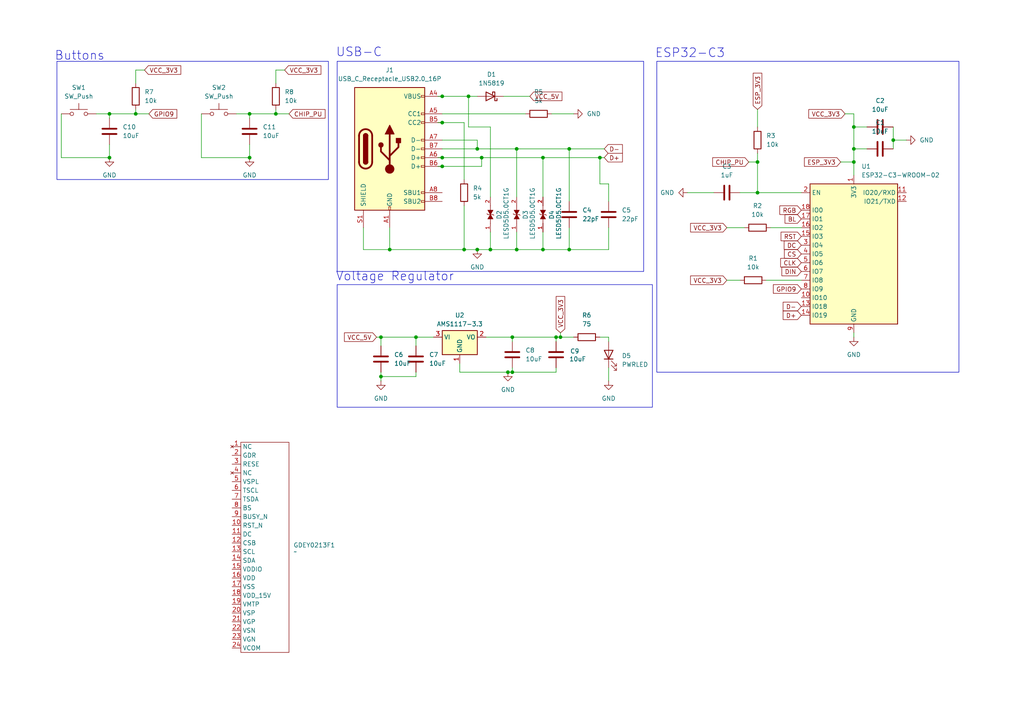
<source format=kicad_sch>
(kicad_sch (version 20231120) (generator "eeschema") (generator_version "8.0")
  (paper "A4")
  (lib_symbols
    (symbol "Connector:USB_C_Receptacle_USB2.0_16P" (pin_names (offset 1.016))
      (property "Reference" "J" (at 0 22.225 0))
      (property "Value" "USB_C_Receptacle_USB2.0_16P" (at 0 19.685 0))
      (symbol "USB_C_Receptacle_USB2.0_16P_0_0"
        (rectangle (start -0.254 -17.78) (end 0.254 -16.764))
        (rectangle (start 10.16 -14.986) (end 9.144 -15.494))
        (rectangle (start 10.16 -12.446) (end 9.144 -12.954))
        (rectangle (start 10.16 -4.826) (end 9.144 -5.334))
        (rectangle (start 10.16 -2.286) (end 9.144 -2.794))
        (rectangle (start 10.16 0.254) (end 9.144 -0.254))
        (rectangle (start 10.16 2.794) (end 9.144 2.286))
        (rectangle (start 10.16 7.874) (end 9.144 7.366))
        (rectangle (start 10.16 10.414) (end 9.144 9.906))
        (rectangle (start 10.16 15.494) (end 9.144 14.986))
      )
      (symbol "USB_C_Receptacle_USB2.0_16P_0_1"
        (rectangle (start -10.16 17.78) (end 10.16 -17.78) (stroke (width 0.254)) (fill (type background)))
        (arc (start -8.89 -3.81) (mid -6.985 -5.7067) (end -5.08 -3.81) (stroke (width 0.508)))
        (arc (start -7.62 -3.81) (mid -6.985 -4.4423) (end -6.35 -3.81) (stroke (width 0.254)))
        (arc (start -7.62 -3.81) (mid -6.985 -4.4423) (end -6.35 -3.81) (stroke (width 0.254)) (fill (type outline)))
        (rectangle (start -7.62 -3.81) (end -6.35 3.81) (stroke (width 0.254)) (fill (type outline)))
        (arc (start -6.35 3.81) (mid -6.985 4.4423) (end -7.62 3.81) (stroke (width 0.254)))
        (arc (start -6.35 3.81) (mid -6.985 4.4423) (end -7.62 3.81) (stroke (width 0.254)) (fill (type outline)))
        (arc (start -5.08 3.81) (mid -6.985 5.7067) (end -8.89 3.81) (stroke (width 0.508)))
        (circle (center -2.54 1.143) (radius 0.635) (stroke (width 0.254)) (fill (type outline)))
        (circle (center 0 -5.842) (radius 1.27) (fill (type outline)))
        (polyline (pts (xy -8.89 -3.81) (xy -8.89 3.81)) (stroke (width 0.508)))
        (polyline (pts (xy -5.08 3.81) (xy -5.08 -3.81)) (stroke (width 0.508)))
        (polyline (pts (xy 0 -5.842) (xy 0 4.318)) (stroke (width 0.508)))
        (polyline (pts (xy 0 -3.302) (xy -2.54 -0.762) (xy -2.54 0.508)) (stroke (width 0.508)))
        (polyline (pts (xy 0 -2.032) (xy 2.54 0.508) (xy 2.54 1.778)) (stroke (width 0.508)))
        (polyline (pts (xy -1.27 4.318) (xy 0 6.858) (xy 1.27 4.318) (xy -1.27 4.318)) (stroke (width 0.254)) (fill (type outline)))
        (rectangle (start 1.905 1.778) (end 3.175 3.048) (stroke (width 0.254)) (fill (type outline)))
      )
      (symbol "USB_C_Receptacle_USB2.0_16P_1_1"
        (pin passive line (at 0 -22.86 90) (length 5.08) (name "GND") (number "A1"))
        (pin passive line (at 0 -22.86 90) (length 5.08) hide (name "GND") (number "A12"))
        (pin passive line (at 15.24 15.24 180) (length 5.08) (name "VBUS") (number "A4"))
        (pin bidirectional line (at 15.24 10.16 180) (length 5.08) (name "CC1") (number "A5"))
        (pin bidirectional line (at 15.24 -2.54 180) (length 5.08) (name "D+") (number "A6"))
        (pin bidirectional line (at 15.24 2.54 180) (length 5.08) (name "D-") (number "A7"))
        (pin bidirectional line (at 15.24 -12.7 180) (length 5.08) (name "SBU1") (number "A8"))
        (pin passive line (at 15.24 15.24 180) (length 5.08) hide (name "VBUS") (number "A9"))
        (pin passive line (at 0 -22.86 90) (length 5.08) hide (name "GND") (number "B1"))
        (pin passive line (at 0 -22.86 90) (length 5.08) hide (name "GND") (number "B12"))
        (pin passive line (at 15.24 15.24 180) (length 5.08) hide (name "VBUS") (number "B4"))
        (pin bidirectional line (at 15.24 7.62 180) (length 5.08) (name "CC2") (number "B5"))
        (pin bidirectional line (at 15.24 -5.08 180) (length 5.08) (name "D+") (number "B6"))
        (pin bidirectional line (at 15.24 0 180) (length 5.08) (name "D-") (number "B7"))
        (pin bidirectional line (at 15.24 -15.24 180) (length 5.08) (name "SBU2") (number "B8"))
        (pin passive line (at 15.24 15.24 180) (length 5.08) hide (name "VBUS") (number "B9"))
        (pin passive line (at -7.62 -22.86 90) (length 5.08) (name "SHIELD") (number "S1"))
      )
    )
    (symbol "Device:C" (pin_numbers hide) (pin_names (offset 0.254))
      (property "Reference" "C" (at 0.635 2.54 0))
      (property "Value" "C" (at 0.635 -2.54 0))
      (symbol "C_0_1"
        (polyline (pts (xy -2.032 -0.762) (xy 2.032 -0.762)) (stroke (width 0.508)))
        (polyline (pts (xy -2.032 0.762) (xy 2.032 0.762)) (stroke (width 0.508)))
      )
      (symbol "C_1_1"
        (pin passive line (at 0 3.81 270) (length 2.794) (name "~") (number "1"))
        (pin passive line (at 0 -3.81 90) (length 2.794) (name "~") (number "2"))
      )
    )
    (symbol "Device:LED" (pin_numbers hide) (pin_names (offset 1.016) hide)
      (property "Reference" "D" (at 0 2.54 0))
      (property "Value" "LED" (at 0 -2.54 0))
      (symbol "LED_0_1"
        (polyline (pts (xy -1.27 -1.27) (xy -1.27 1.27)) (stroke (width 0.254)))
        (polyline (pts (xy -1.27 0) (xy 1.27 0)))
        (polyline (pts (xy 1.27 -1.27) (xy 1.27 1.27) (xy -1.27 0) (xy 1.27 -1.27)) (stroke (width 0.254)))
        (polyline (pts (xy -3.048 -0.762) (xy -4.572 -2.286) (xy -3.81 -2.286) (xy -4.572 -2.286) (xy -4.572 -1.524)))
        (polyline (pts (xy -1.778 -0.762) (xy -3.302 -2.286) (xy -2.54 -2.286) (xy -3.302 -2.286) (xy -3.302 -1.524)))
      )
      (symbol "LED_1_1"
        (pin passive line (at -3.81 0 0) (length 2.54) (name "K") (number "1"))
        (pin passive line (at 3.81 0 180) (length 2.54) (name "A") (number "2"))
      )
    )
    (symbol "Device:R" (pin_numbers hide) (pin_names (offset 0))
      (property "Reference" "R" (at 2.032 0 90))
      (property "Value" "R" (at 0 0 90))
      (symbol "R_0_1"
        (rectangle (start -1.016 -2.54) (end 1.016 2.54) (stroke (width 0.254)))
      )
      (symbol "R_1_1"
        (pin passive line (at 0 3.81 270) (length 1.27) (name "~") (number "1"))
        (pin passive line (at 0 -3.81 90) (length 1.27) (name "~") (number "2"))
      )
    )
    (symbol "Diode:1N5819" (pin_numbers hide) (pin_names (offset 1.016) hide)
      (property "Reference" "D" (at 0 2.54 0))
      (property "Value" "1N5819" (at 0 -2.54 0))
      (symbol "1N5819_0_1"
        (polyline (pts (xy 1.27 0) (xy -1.27 0)))
        (polyline (pts (xy 1.27 1.27) (xy 1.27 -1.27) (xy -1.27 0) (xy 1.27 1.27)) (stroke (width 0.254)))
        (polyline (pts (xy -1.905 0.635) (xy -1.905 1.27) (xy -1.27 1.27) (xy -1.27 -1.27) (xy -0.635 -1.27) (xy -0.635 -0.635)) (stroke (width 0.254)))
      )
      (symbol "1N5819_1_1"
        (pin passive line (at -3.81 0 0) (length 2.54) (name "K") (number "1"))
        (pin passive line (at 3.81 0 180) (length 2.54) (name "A") (number "2"))
      )
    )
    (symbol "GDEY0213F51:GDEY0213F51"
      (property "Reference" "GDEY0213F51" (at 0.508 16.51 0))
      (symbol "GDEY0213F51_0_1"
        (rectangle (start -6.35 15.24) (end 7.62 -45.72))
      )
      (symbol "GDEY0213F51_1_1"
        (pin no_connect line (at -8.89 13.97 0) (length 2.54) (name "NC") (number "1"))
        (pin input line (at -8.89 -8.89 0) (length 2.54) (name "RST_N") (number "10"))
        (pin input line (at -8.89 -11.43 0) (length 2.54) (name "DC") (number "11"))
        (pin input line (at -8.89 -13.97 0) (length 2.54) (name "CSB") (number "12"))
        (pin input line (at -8.89 -16.51 0) (length 2.54) (name "SCL") (number "13"))
        (pin bidirectional line (at -8.89 -19.05 0) (length 2.54) (name "SDA") (number "14"))
        (pin power_in line (at -8.89 -21.59 0) (length 2.54) (name "VDDIO") (number "15"))
        (pin power_in line (at -8.89 -24.13 0) (length 2.54) (name "VDD") (number "16"))
        (pin power_in line (at -8.89 -26.67 0) (length 2.54) (name "VSS") (number "17"))
        (pin power_out line (at -8.89 -29.21 0) (length 2.54) (name "VDD_15V") (number "18"))
        (pin power_in line (at -8.89 -31.75 0) (length 2.54) (name "VMTP") (number "19"))
        (pin output line (at -8.89 11.43 0) (length 2.54) (name "GDR") (number "2"))
        (pin power_in line (at -8.89 -34.29 0) (length 2.54) (name "VSP") (number "20"))
        (pin power_in line (at -8.89 -36.83 0) (length 2.54) (name "VGP") (number "21"))
        (pin power_in line (at -8.89 -39.37 0) (length 2.54) (name "VSN") (number "22"))
        (pin power_in line (at -8.89 -41.91 0) (length 2.54) (name "VGN") (number "23"))
        (pin output line (at -8.89 -44.45 0) (length 2.54) (name "VCOM") (number "24"))
        (pin power_in line (at -8.89 8.89 0) (length 2.54) (name "RESE") (number "3"))
        (pin no_connect line (at -8.89 6.35 0) (length 2.54) (name "NC") (number "4"))
        (pin power_in line (at -8.89 3.81 0) (length 2.54) (name "VSPL") (number "5"))
        (pin output line (at -8.89 1.27 0) (length 2.54) (name "TSCL") (number "6"))
        (pin bidirectional line (at -8.89 -1.27 0) (length 2.54) (name "TSDA") (number "7"))
        (pin input line (at -8.89 -3.81 0) (length 2.54) (name "BS") (number "8"))
        (pin output line (at -8.89 -6.35 0) (length 2.54) (name "BUSY_N") (number "9"))
      )
    )
    (symbol "LESD5D5.0CT1G:LESD5D5.0CT1G" (pin_names (offset 1.016))
      (property "Reference" "D" (at -5.08 2.54 0))
      (property "Value" "LESD5D5.0CT1G" (at -5.08 -5.08 0))
      (symbol "LESD5D5.0CT1G_0_0"
        (polyline (pts (xy -1.27 0) (xy -2.54 0)) (stroke (width 0.1524)))
        (polyline (pts (xy 0 -0.762) (xy -0.254 -1.016)) (stroke (width 0.1524)))
        (polyline (pts (xy 0 -0.762) (xy 0 0.762)) (stroke (width 0.1524)))
        (polyline (pts (xy 0 0.762) (xy 0.254 1.016)) (stroke (width 0.1524)))
        (polyline (pts (xy 1.27 0) (xy 2.54 0)) (stroke (width 0.1524)))
        (polyline (pts (xy 0 0) (xy -1.27 -0.762) (xy -1.27 0.762) (xy 0 0)) (stroke (width 0.1524)) (fill (type outline)))
        (polyline (pts (xy 0 0) (xy 1.27 0.762) (xy 1.27 -0.762) (xy 0 0)) (stroke (width 0.1524)) (fill (type outline)))
        (pin passive line (at -5.08 0 0) (length 2.54) (name "~") (number "1"))
        (pin passive line (at 5.08 0 180) (length 2.54) (name "~") (number "2"))
      )
    )
    (symbol "RF_Module:ESP32-C3-WROOM-02"
      (property "Reference" "U" (at -12.192 21.336 0))
      (property "Value" "ESP32-C3-WROOM-02" (at 12.192 21.336 0))
      (symbol "ESP32-C3-WROOM-02_1_1"
        (rectangle (start -12.7 20.32) (end 12.7 -20.32) (stroke (width 0.254)) (fill (type background)))
        (pin power_in line (at 0 22.86 270) (length 2.54) (name "3V3") (number "1"))
        (pin bidirectional line (at -15.24 -12.7 0) (length 2.54) (name "IO10") (number "10"))
        (pin bidirectional line (at 15.24 17.78 180) (length 2.54) (name "IO20/RXD") (number "11"))
        (pin bidirectional line (at 15.24 15.24 180) (length 2.54) (name "IO21/TXD") (number "12"))
        (pin bidirectional line (at -15.24 -15.24 0) (length 2.54) (name "IO18") (number "13"))
        (pin bidirectional line (at -15.24 -17.78 0) (length 2.54) (name "IO19") (number "14"))
        (pin bidirectional line (at -15.24 5.08 0) (length 2.54) (name "IO3") (number "15"))
        (pin bidirectional line (at -15.24 7.62 0) (length 2.54) (name "IO2") (number "16"))
        (pin bidirectional line (at -15.24 10.16 0) (length 2.54) (name "IO1") (number "17"))
        (pin bidirectional line (at -15.24 12.7 0) (length 2.54) (name "IO0") (number "18"))
        (pin passive line (at 0 -22.86 90) (length 2.54) hide (name "GND") (number "19"))
        (pin input line (at -15.24 17.78 0) (length 2.54) (name "EN") (number "2"))
        (pin bidirectional line (at -15.24 2.54 0) (length 2.54) (name "IO4") (number "3"))
        (pin bidirectional line (at -15.24 0 0) (length 2.54) (name "IO5") (number "4"))
        (pin bidirectional line (at -15.24 -2.54 0) (length 2.54) (name "IO6") (number "5"))
        (pin bidirectional line (at -15.24 -5.08 0) (length 2.54) (name "IO7") (number "6"))
        (pin bidirectional line (at -15.24 -7.62 0) (length 2.54) (name "IO8") (number "7"))
        (pin bidirectional line (at -15.24 -10.16 0) (length 2.54) (name "IO9") (number "8"))
        (pin power_in line (at 0 -22.86 90) (length 2.54) (name "GND") (number "9"))
      )
    )
    (symbol "Regulator_Linear:AMS1117-3.3"
      (property "Reference" "U" (at -3.81 3.175 0))
      (property "Value" "AMS1117-3.3" (at 0 3.175 0))
      (symbol "AMS1117-3.3_0_1"
        (rectangle (start -5.08 -5.08) (end 5.08 1.905) (stroke (width 0.254)) (fill (type background)))
      )
      (symbol "AMS1117-3.3_1_1"
        (pin power_in line (at 0 -7.62 90) (length 2.54) (name "GND") (number "1"))
        (pin power_out line (at 7.62 0 180) (length 2.54) (name "VO") (number "2"))
        (pin power_in line (at -7.62 0 0) (length 2.54) (name "VI") (number "3"))
      )
    )
    (symbol "Switch:SW_Push" (pin_numbers hide) (pin_names (offset 1.016) hide)
      (property "Reference" "SW" (at 1.27 2.54 0))
      (property "Value" "SW_Push" (at 0 -1.524 0))
      (symbol "SW_Push_0_1"
        (circle (center -2.032 0) (radius 0.508))
        (polyline (pts (xy 0 1.27) (xy 0 3.048)))
        (polyline (pts (xy 2.54 1.27) (xy -2.54 1.27)))
        (circle (center 2.032 0) (radius 0.508))
        (pin passive line (at -5.08 0 0) (length 2.54) (name "1") (number "1"))
        (pin passive line (at 5.08 0 180) (length 2.54) (name "2") (number "2"))
      )
    )
    (symbol "power:GND" (power) (pin_numbers hide) (pin_names (offset 0) hide)
      (property "Value" "GND" (at 0 -3.81 0))
      (symbol "GND_0_1"
        (polyline (pts (xy 0 0) (xy 0 -1.27) (xy 1.27 -1.27) (xy 0 -2.54) (xy -1.27 -1.27) (xy 0 -1.27)))
      )
      (symbol "GND_1_1"
        (pin power_in line (at 0 0 270) (length 0) (name "~") (number "1"))
      )
    )
  )
  (junction (at 113.03 72.39))
  (junction (at 128.27 35.56))
  (junction (at 110.49 97.79))
  (junction (at 157.48 45.72))
  (junction (at 128.27 27.94))
  (junction (at 173.99 45.72))
  (junction (at 165.1 43.18))
  (junction (at 139.7 45.72))
  (junction (at 219.71 55.88))
  (junction (at 138.43 43.18))
  (junction (at 149.86 72.39))
  (junction (at 165.1 72.39))
  (junction (at 31.75 33.02))
  (junction (at 247.65 43.18))
  (junction (at 142.24 72.39))
  (junction (at 147.32 107.95))
  (junction (at 219.71 46.99))
  (junction (at 247.65 36.83))
  (junction (at 134.62 72.39))
  (junction (at 161.29 97.79))
  (junction (at 120.65 97.79))
  (junction (at 157.48 72.39))
  (junction (at 162.56 97.79))
  (junction (at 149.86 43.18))
  (junction (at 135.89 27.94))
  (junction (at 110.49 109.22))
  (junction (at 148.59 107.95))
  (junction (at 259.08 40.64))
  (junction (at 72.39 45.72))
  (junction (at 128.27 48.26))
  (junction (at 39.37 33.02))
  (junction (at 72.39 33.02))
  (junction (at 80.01 33.02))
  (junction (at 138.43 72.39))
  (junction (at 128.27 45.72))
  (junction (at 31.75 45.72))
  (junction (at 247.65 46.99))
  (junction (at 148.59 97.79))
  (wire (pts (xy 161.29 106.68) (xy 161.29 107.95)))
  (wire (pts (xy 165.1 58.42) (xy 165.1 43.18)))
  (wire (pts (xy 161.29 97.79) (xy 162.56 97.79)))
  (wire (pts (xy 219.71 44.45) (xy 219.71 46.99)))
  (wire (pts (xy 176.53 97.79) (xy 176.53 99.06)))
  (wire (pts (xy 58.42 45.72) (xy 72.39 45.72)))
  (wire (pts (xy 165.1 66.04) (xy 165.1 72.39)))
  (wire (pts (xy 80.01 20.32) (xy 82.55 20.32)))
  (wire (pts (xy 80.01 33.02) (xy 83.82 33.02)))
  (wire (pts (xy 135.89 27.94) (xy 138.43 27.94)))
  (wire (pts (xy 173.99 53.34) (xy 173.99 45.72)))
  (wire (pts (xy 148.59 107.95) (xy 148.59 106.68)))
  (wire (pts (xy 161.29 97.79) (xy 161.29 99.06)))
  (wire (pts (xy 72.39 33.02) (xy 72.39 34.29)))
  (wire (pts (xy 245.11 33.02) (xy 247.65 33.02)))
  (wire (pts (xy 162.56 96.52) (xy 162.56 97.79)))
  (wire (pts (xy 247.65 43.18) (xy 251.46 43.18)))
  (wire (pts (xy 17.78 45.72) (xy 31.75 45.72)))
  (wire (pts (xy 17.78 33.02) (xy 17.78 45.72)))
  (wire (pts (xy 105.41 72.39) (xy 113.03 72.39)))
  (wire (pts (xy 133.35 107.95) (xy 147.32 107.95)))
  (wire (pts (xy 110.49 107.95) (xy 110.49 109.22)))
  (wire (pts (xy 120.65 97.79) (xy 125.73 97.79)))
  (wire (pts (xy 72.39 41.91) (xy 72.39 45.72)))
  (wire (pts (xy 138.43 43.18) (xy 138.43 40.64)))
  (wire (pts (xy 58.42 33.02) (xy 58.42 45.72)))
  (wire (pts (xy 140.97 97.79) (xy 148.59 97.79)))
  (wire (pts (xy 259.08 36.83) (xy 259.08 40.64)))
  (wire (pts (xy 138.43 43.18) (xy 149.86 43.18)))
  (wire (pts (xy 149.86 67.31) (xy 149.86 72.39)))
  (wire (pts (xy 27.94 33.02) (xy 31.75 33.02)))
  (wire (pts (xy 127 35.56) (xy 128.27 35.56)))
  (wire (pts (xy 199.39 55.88) (xy 207.01 55.88)))
  (wire (pts (xy 128.27 43.18) (xy 138.43 43.18)))
  (wire (pts (xy 148.59 97.79) (xy 148.59 99.06)))
  (wire (pts (xy 39.37 31.75) (xy 39.37 33.02)))
  (wire (pts (xy 113.03 66.04) (xy 113.03 72.39)))
  (wire (pts (xy 147.32 107.95) (xy 148.59 107.95)))
  (wire (pts (xy 128.27 48.26) (xy 139.7 48.26)))
  (wire (pts (xy 223.52 66.04) (xy 232.41 66.04)))
  (wire (pts (xy 134.62 59.69) (xy 134.62 72.39)))
  (wire (pts (xy 210.82 81.28) (xy 214.63 81.28)))
  (wire (pts (xy 133.35 105.41) (xy 133.35 107.95)))
  (wire (pts (xy 176.53 58.42) (xy 176.53 53.34)))
  (wire (pts (xy 173.99 45.72) (xy 175.26 45.72)))
  (wire (pts (xy 214.63 55.88) (xy 219.71 55.88)))
  (wire (pts (xy 219.71 46.99) (xy 219.71 55.88)))
  (wire (pts (xy 149.86 72.39) (xy 157.48 72.39)))
  (wire (pts (xy 173.99 97.79) (xy 176.53 97.79)))
  (wire (pts (xy 138.43 40.64) (xy 128.27 40.64)))
  (wire (pts (xy 165.1 72.39) (xy 176.53 72.39)))
  (wire (pts (xy 217.17 46.99) (xy 219.71 46.99)))
  (wire (pts (xy 134.62 72.39) (xy 138.43 72.39)))
  (wire (pts (xy 247.65 33.02) (xy 247.65 36.83)))
  (wire (pts (xy 39.37 24.13) (xy 39.37 20.32)))
  (wire (pts (xy 259.08 40.64) (xy 262.89 40.64)))
  (wire (pts (xy 142.24 57.15) (xy 142.24 36.83)))
  (wire (pts (xy 222.25 81.28) (xy 232.41 81.28)))
  (wire (pts (xy 157.48 45.72) (xy 173.99 45.72)))
  (wire (pts (xy 128.27 33.02) (xy 152.4 33.02)))
  (wire (pts (xy 219.71 31.75) (xy 219.71 36.83)))
  (wire (pts (xy 80.01 31.75) (xy 80.01 33.02)))
  (wire (pts (xy 157.48 72.39) (xy 165.1 72.39)))
  (wire (pts (xy 105.41 66.04) (xy 105.41 72.39)))
  (wire (pts (xy 113.03 72.39) (xy 134.62 72.39)))
  (wire (pts (xy 148.59 97.79) (xy 161.29 97.79)))
  (wire (pts (xy 139.7 48.26) (xy 139.7 45.72)))
  (wire (pts (xy 110.49 109.22) (xy 110.49 110.49)))
  (wire (pts (xy 142.24 67.31) (xy 142.24 72.39)))
  (wire (pts (xy 109.22 97.79) (xy 110.49 97.79)))
  (wire (pts (xy 247.65 96.52) (xy 247.65 97.79)))
  (wire (pts (xy 135.89 36.83) (xy 135.89 27.94)))
  (wire (pts (xy 161.29 107.95) (xy 148.59 107.95)))
  (wire (pts (xy 139.7 45.72) (xy 157.48 45.72)))
  (wire (pts (xy 39.37 33.02) (xy 43.18 33.02)))
  (wire (pts (xy 142.24 72.39) (xy 138.43 72.39)))
  (wire (pts (xy 149.86 43.18) (xy 165.1 43.18)))
  (wire (pts (xy 128.27 27.94) (xy 135.89 27.94)))
  (wire (pts (xy 80.01 24.13) (xy 80.01 20.32)))
  (wire (pts (xy 165.1 43.18) (xy 175.26 43.18)))
  (wire (pts (xy 176.53 53.34) (xy 173.99 53.34)))
  (wire (pts (xy 259.08 40.64) (xy 259.08 43.18)))
  (wire (pts (xy 157.48 45.72) (xy 157.48 57.15)))
  (wire (pts (xy 128.27 35.56) (xy 134.62 35.56)))
  (wire (pts (xy 134.62 35.56) (xy 134.62 52.07)))
  (wire (pts (xy 110.49 97.79) (xy 120.65 97.79)))
  (wire (pts (xy 247.65 36.83) (xy 247.65 43.18)))
  (wire (pts (xy 219.71 55.88) (xy 232.41 55.88)))
  (wire (pts (xy 149.86 43.18) (xy 149.86 57.15)))
  (wire (pts (xy 142.24 36.83) (xy 135.89 36.83)))
  (wire (pts (xy 247.65 46.99) (xy 247.65 50.8)))
  (wire (pts (xy 146.05 27.94) (xy 153.67 27.94)))
  (wire (pts (xy 127 48.26) (xy 128.27 48.26)))
  (wire (pts (xy 127 45.72) (xy 128.27 45.72)))
  (wire (pts (xy 176.53 66.04) (xy 176.53 72.39)))
  (wire (pts (xy 31.75 33.02) (xy 39.37 33.02)))
  (wire (pts (xy 68.58 33.02) (xy 72.39 33.02)))
  (wire (pts (xy 31.75 41.91) (xy 31.75 45.72)))
  (wire (pts (xy 142.24 72.39) (xy 149.86 72.39)))
  (wire (pts (xy 120.65 107.95) (xy 120.65 109.22)))
  (wire (pts (xy 210.82 66.04) (xy 215.9 66.04)))
  (wire (pts (xy 127 27.94) (xy 128.27 27.94)))
  (wire (pts (xy 39.37 20.32) (xy 41.91 20.32)))
  (wire (pts (xy 157.48 67.31) (xy 157.48 72.39)))
  (wire (pts (xy 176.53 106.68) (xy 176.53 110.49)))
  (wire (pts (xy 72.39 33.02) (xy 80.01 33.02)))
  (wire (pts (xy 247.65 36.83) (xy 251.46 36.83)))
  (wire (pts (xy 31.75 33.02) (xy 31.75 34.29)))
  (wire (pts (xy 247.65 43.18) (xy 247.65 46.99)))
  (wire (pts (xy 110.49 97.79) (xy 110.49 100.33)))
  (wire (pts (xy 162.56 97.79) (xy 166.37 97.79)))
  (wire (pts (xy 160.02 33.02) (xy 166.37 33.02)))
  (wire (pts (xy 120.65 97.79) (xy 120.65 100.33)))
  (wire (pts (xy 128.27 45.72) (xy 139.7 45.72)))
  (wire (pts (xy 120.65 109.22) (xy 110.49 109.22)))
  (wire (pts (xy 243.84 46.99) (xy 247.65 46.99)))
  (rectangle (start 16.51 17.78) (end 95.25 52.07))
  (rectangle (start 97.79 17.78) (end 186.69 78.74))
  (rectangle (start 97.79 82.55) (end 189.23 118.11))
  (rectangle (start 190.5 17.78) (end 278.13 107.95))
  (text "Buttons" (at 23.114 16.256 0) (effects (font (size 2.54 2.54))))
  (text "Voltage Regulator" (at 114.554 80.264 0) (effects (font (size 2.54 2.54))))
  (text "USB-C" (at 104.14 15.24 0) (effects (font (size 2.54 2.54))))
  (text "ESP32-C3" (at 200.152 15.494 0) (effects (font (size 2.54 2.54))))
  (global_label "VCC_3V3" (shape input) (at 162.56 96.52 90) (property "Intersheetrefs" "${INTERSHEET_REFS}" (effects (hide yes))))
  (global_label "BL" (shape input) (at 232.41 63.5 180) (property "Intersheetrefs" "${INTERSHEET_REFS}" (effects (hide yes))))
  (global_label "CS" (shape input) (at 232.41 73.66 180) (property "Intersheetrefs" "${INTERSHEET_REFS}" (effects (hide yes))))
  (global_label "VCC_5V" (shape input) (at 153.67 27.94 0) (property "Intersheetrefs" "${INTERSHEET_REFS}" (effects (hide yes))))
  (global_label "ESP_3V3" (shape input) (at 219.71 31.75 90) (property "Intersheetrefs" "${INTERSHEET_REFS}" (effects (hide yes))))
  (global_label "D+" (shape input) (at 175.26 45.72 0) (property "Intersheetrefs" "${INTERSHEET_REFS}" (effects (hide yes))))
  (global_label "D+" (shape input) (at 232.41 91.44 180) (property "Intersheetrefs" "${INTERSHEET_REFS}" (effects (hide yes))))
  (global_label "DIN" (shape input) (at 232.41 78.74 180) (property "Intersheetrefs" "${INTERSHEET_REFS}" (effects (hide yes))))
  (global_label "D-" (shape input) (at 232.41 88.9 180) (property "Intersheetrefs" "${INTERSHEET_REFS}" (effects (hide yes))))
  (global_label "VCC_3V3" (shape input) (at 245.11 33.02 180) (property "Intersheetrefs" "${INTERSHEET_REFS}" (effects (hide yes))))
  (global_label "D-" (shape input) (at 175.26 43.18 0) (property "Intersheetrefs" "${INTERSHEET_REFS}" (effects (hide yes))))
  (global_label "VCC_3V3" (shape input) (at 41.91 20.32 0) (property "Intersheetrefs" "${INTERSHEET_REFS}" (effects (hide yes))))
  (global_label "GPIO9" (shape input) (at 232.41 83.82 180) (property "Intersheetrefs" "${INTERSHEET_REFS}" (effects (hide yes))))
  (global_label "ESP_3V3" (shape input) (at 243.84 46.99 180) (property "Intersheetrefs" "${INTERSHEET_REFS}" (effects (hide yes))))
  (global_label "GPIO9" (shape input) (at 43.18 33.02 0) (property "Intersheetrefs" "${INTERSHEET_REFS}" (effects (hide yes))))
  (global_label "VCC_3V3" (shape input) (at 210.82 66.04 180) (property "Intersheetrefs" "${INTERSHEET_REFS}" (effects (hide yes))))
  (global_label "VCC_5V" (shape input) (at 109.22 97.79 180) (property "Intersheetrefs" "${INTERSHEET_REFS}" (effects (hide yes))))
  (global_label "RST" (shape input) (at 232.41 68.58 180) (property "Intersheetrefs" "${INTERSHEET_REFS}" (effects (hide yes))))
  (global_label "CLK" (shape input) (at 232.41 76.2 180) (property "Intersheetrefs" "${INTERSHEET_REFS}" (effects (hide yes))))
  (global_label "VCC_3V3" (shape input) (at 210.82 81.28 180) (property "Intersheetrefs" "${INTERSHEET_REFS}" (effects (hide yes))))
  (global_label "RGB" (shape input) (at 232.41 60.96 180) (property "Intersheetrefs" "${INTERSHEET_REFS}" (effects (hide yes))))
  (global_label "VCC_3V3" (shape input) (at 82.55 20.32 0) (property "Intersheetrefs" "${INTERSHEET_REFS}" (effects (hide yes))))
  (global_label "DC" (shape input) (at 232.41 71.12 180) (property "Intersheetrefs" "${INTERSHEET_REFS}" (effects (hide yes))))
  (global_label "CHIP_PU" (shape input) (at 217.17 46.99 180) (property "Intersheetrefs" "${INTERSHEET_REFS}" (effects (hide yes))))
  (global_label "CHIP_PU" (shape input) (at 83.82 33.02 0) (property "Intersheetrefs" "${INTERSHEET_REFS}" (effects (hide yes))))
  (symbol (lib_id "Device:R") (at 156.21 33.02 270) (unit 1)
    (property "Reference" "R5" (at 156.21 26.67 90))
    (property "Value" "5k" (at 156.21 29.21 90))
    (property "Description" "Resistor" (effects (hide yes)))
  )
  (symbol (lib_id "Diode:1N5819") (at 142.24 27.94 180) (unit 1)
    (property "Reference" "D1" (at 142.5575 21.59 0))
    (property "Value" "1N5819" (at 142.5575 24.13 0))
    (property "Footprint" "Diode_THT:D_DO-41_SOD81_P10.16mm_Horizontal" (effects (hide yes)))
    (property "Datasheet" "http://www.vishay.com/docs/88525/1n5817.pdf" (effects (hide yes)))
    (property "Description" "40V 1A Schottky Barrier Rectifier Diode, DO-41" (effects (hide yes)))
  )
  (symbol (lib_id "power:GND") (at 147.32 107.95 0) (unit 1)
    (property "Reference" "#PWR07" (effects (hide yes)))
    (property "Value" "GND" (at 147.32 113.03 0))
    (property "Description" "Power symbol creates a global label with name \"GND\" , ground" (effects (hide yes)))
  )
  (symbol (lib_id "LESD5D5.0CT1G:LESD5D5.0CT1G") (at 149.86 62.23 90) (unit 1)
    (property "Reference" "D3" (at 152.4 60.9599 0) (effects (justify right)))
    (property "Value" "LESD5D5.0CT1G" (at 154.432 54.356 0) (effects (justify right)))
    (property "Footprint" "LESD5D5.0CT1G:TVS_LESD5D5.0CT1G" (effects (hide yes)))
    (property "MF" "Leshan Radio Co." (effects (hide yes)))
    (property "MAXIMUM_PACKAGE_HEIGHT" "0.7 mm" (effects (hide yes)))
    (property "Package" "None" (effects (hide yes)))
    (property "Price" "None" (effects (hide yes)))
    (property "Check_prices" "https://www.snapeda.com/parts/LESD5D5.0CT1G/Leshan+Radio+Co./view-part/?ref=eda" (effects (hide yes)))
    (property "STANDARD" "Manufacturer Recommendations" (effects (hide yes)))
    (property "PARTREV" "O" (effects (hide yes)))
    (property "SnapEDA_Link" "https://www.snapeda.com/parts/LESD5D5.0CT1G/Leshan+Radio+Co./view-part/?ref=snap" (effects (hide yes)))
    (property "MP" "LESD5D5.0CT1G" (effects (hide yes)))
    (property "Description_1" "\n                        \n                            Transient Voltage Suppressors for ESD Protection\n                        \n" (effects (hide yes)))
    (property "Availability" "In Stock" (effects (hide yes)))
    (property "MANUFACTURER" "LRC" (effects (hide yes)))
  )
  (symbol (lib_id "Device:C") (at 176.53 62.23 0) (unit 1)
    (property "Reference" "C5" (at 180.34 60.9599 0) (effects (justify left)))
    (property "Value" "22pF" (at 180.34 63.4999 0) (effects (justify left)))
    (property "Description" "Unpolarized capacitor" (effects (hide yes)))
  )
  (symbol (lib_id "Device:C") (at 110.49 104.14 0) (unit 1)
    (property "Reference" "C6" (at 114.3 102.8699 0) (effects (justify left)))
    (property "Value" "10uF" (at 114.3 105.4099 0) (effects (justify left)))
    (property "Description" "Unpolarized capacitor" (effects (hide yes)))
  )
  (symbol (lib_id "Device:R") (at 80.01 27.94 0) (unit 1)
    (property "Reference" "R8" (at 82.55 26.6699 0) (effects (justify left)))
    (property "Value" "10k" (at 82.55 29.2099 0) (effects (justify left)))
    (property "Description" "Resistor" (effects (hide yes)))
  )
  (symbol (lib_id "Device:C") (at 255.27 43.18 270) (unit 1)
    (property "Reference" "C1" (at 255.27 35.56 90))
    (property "Value" "10uF" (at 255.27 38.1 90))
    (property "Description" "Unpolarized capacitor" (effects (hide yes)))
  )
  (symbol (lib_id "power:GND") (at 176.53 110.49 0) (unit 1)
    (property "Reference" "#PWR08" (effects (hide yes)))
    (property "Value" "GND" (at 176.53 115.57 0))
    (property "Description" "Power symbol creates a global label with name \"GND\" , ground" (effects (hide yes)))
  )
  (symbol (lib_id "Switch:SW_Push") (at 22.86 33.02 0) (unit 1)
    (property "Reference" "SW1" (at 22.86 25.4 0))
    (property "Value" "SW_Push" (at 22.86 27.94 0))
    (property "Description" "Push button switch, generic, two pins" (effects (hide yes)))
  )
  (symbol (lib_id "power:GND") (at 72.39 45.72 0) (unit 1)
    (property "Reference" "#PWR010" (effects (hide yes)))
    (property "Value" "GND" (at 72.39 50.8 0))
    (property "Description" "Power symbol creates a global label with name \"GND\" , ground" (effects (hide yes)))
  )
  (symbol (lib_id "Device:R") (at 170.18 97.79 270) (unit 1)
    (property "Reference" "R6" (at 170.18 91.44 90))
    (property "Value" "75" (at 170.18 93.98 90))
    (property "Description" "Resistor" (effects (hide yes)))
  )
  (symbol (lib_id "Device:C") (at 161.29 102.87 0) (unit 1)
    (property "Reference" "C9" (at 165.354 101.854 0) (effects (justify left)))
    (property "Value" "10uF" (at 165.1 104.1399 0) (effects (justify left)))
    (property "Description" "Unpolarized capacitor" (effects (hide yes)))
  )
  (symbol (lib_id "Switch:SW_Push") (at 63.5 33.02 0) (unit 1)
    (property "Reference" "SW2" (at 63.5 25.4 0))
    (property "Value" "SW_Push" (at 63.5 27.94 0))
    (property "Description" "Push button switch, generic, two pins" (effects (hide yes)))
  )
  (symbol (lib_id "Connector:USB_C_Receptacle_USB2.0_16P") (at 113.03 43.18 0) (unit 1)
    (property "Reference" "J1" (at 113.03 20.32 0))
    (property "Value" "USB_C_Receptacle_USB2.0_16P" (at 113.03 22.86 0))
    (property "Datasheet" "https://www.usb.org/sites/default/files/documents/usb_type-c.zip" (effects (hide yes)))
    (property "Description" "USB 2.0-only 16P Type-C Receptacle connector" (effects (hide yes)))
  )
  (symbol (lib_id "Device:C") (at 31.75 38.1 0) (unit 1)
    (property "Reference" "C10" (at 35.56 36.8299 0) (effects (justify left)))
    (property "Value" "10uF" (at 35.56 39.3699 0) (effects (justify left)))
    (property "Description" "Unpolarized capacitor" (effects (hide yes)))
  )
  (symbol (lib_id "Device:R") (at 39.37 27.94 0) (unit 1)
    (property "Reference" "R7" (at 41.91 26.6699 0) (effects (justify left)))
    (property "Value" "10k" (at 41.91 29.2099 0) (effects (justify left)))
    (property "Description" "Resistor" (effects (hide yes)))
  )
  (symbol (lib_id "Device:C") (at 148.59 102.87 0) (unit 1)
    (property "Reference" "C8" (at 152.4 101.5999 0) (effects (justify left)))
    (property "Value" "10uF" (at 152.4 104.1399 0) (effects (justify left)))
    (property "Description" "Unpolarized capacitor" (effects (hide yes)))
  )
  (symbol (lib_id "LESD5D5.0CT1G:LESD5D5.0CT1G") (at 142.24 62.23 90) (unit 1)
    (property "Reference" "D2" (at 144.78 60.9599 0) (effects (justify right)))
    (property "Value" "LESD5D5.0CT1G" (at 146.812 54.356 0) (effects (justify right)))
    (property "Footprint" "LESD5D5.0CT1G:TVS_LESD5D5.0CT1G" (effects (hide yes)))
    (property "MF" "Leshan Radio Co." (effects (hide yes)))
    (property "MAXIMUM_PACKAGE_HEIGHT" "0.7 mm" (effects (hide yes)))
    (property "Package" "None" (effects (hide yes)))
    (property "Price" "None" (effects (hide yes)))
    (property "Check_prices" "https://www.snapeda.com/parts/LESD5D5.0CT1G/Leshan+Radio+Co./view-part/?ref=eda" (effects (hide yes)))
    (property "STANDARD" "Manufacturer Recommendations" (effects (hide yes)))
    (property "PARTREV" "O" (effects (hide yes)))
    (property "SnapEDA_Link" "https://www.snapeda.com/parts/LESD5D5.0CT1G/Leshan+Radio+Co./view-part/?ref=snap" (effects (hide yes)))
    (property "MP" "LESD5D5.0CT1G" (effects (hide yes)))
    (property "Description_1" "\n                        \n                            Transient Voltage Suppressors for ESD Protection\n                        \n" (effects (hide yes)))
    (property "Availability" "In Stock" (effects (hide yes)))
    (property "MANUFACTURER" "LRC" (effects (hide yes)))
  )
  (symbol (lib_id "Device:R") (at 218.44 81.28 270) (unit 1)
    (property "Reference" "R1" (at 218.44 74.93 90))
    (property "Value" "10k" (at 218.44 77.47 90))
    (property "Description" "Resistor" (effects (hide yes)))
  )
  (symbol (lib_id "power:GND") (at 247.65 97.79 0) (unit 1)
    (property "Reference" "#PWR01" (effects (hide yes)))
    (property "Value" "GND" (at 247.65 102.87 0))
    (property "Description" "Power symbol creates a global label with name \"GND\" , ground" (effects (hide yes)))
  )
  (symbol (lib_id "Device:LED") (at 176.53 102.87 90) (unit 1)
    (property "Reference" "D5" (at 180.34 103.1874 90) (effects (justify right)))
    (property "Value" "PWRLED" (at 180.34 105.7274 90) (effects (justify right)))
    (property "Description" "Light emitting diode" (effects (hide yes)))
  )
  (symbol (lib_id "Device:C") (at 210.82 55.88 90) (unit 1)
    (property "Reference" "C3" (at 210.82 48.26 90))
    (property "Value" "1uF" (at 210.82 50.8 90))
    (property "Description" "Unpolarized capacitor" (effects (hide yes)))
  )
  (symbol (lib_id "power:GND") (at 262.89 40.64 90) (unit 1)
    (property "Reference" "#PWR02" (effects (hide yes)))
    (property "Value" "GND" (at 266.7 40.6399 90) (effects (justify right)))
    (property "Description" "Power symbol creates a global label with name \"GND\" , ground" (effects (hide yes)))
  )
  (symbol (lib_id "power:GND") (at 138.43 72.39 0) (mirror y) (unit 1)
    (property "Reference" "#PWR04" (effects (hide yes)))
    (property "Value" "GND" (at 138.43 77.47 0))
    (property "Description" "Power symbol creates a global label with name \"GND\" , ground" (effects (hide yes)))
  )
  (symbol (lib_id "Device:R") (at 219.71 40.64 0) (unit 1)
    (property "Reference" "R3" (at 222.25 39.3699 0) (effects (justify left)))
    (property "Value" "10k" (at 222.25 41.9099 0) (effects (justify left)))
    (property "Description" "Resistor" (effects (hide yes)))
  )
  (symbol (lib_id "power:GND") (at 31.75 45.72 0) (unit 1)
    (property "Reference" "#PWR09" (effects (hide yes)))
    (property "Value" "GND" (at 31.75 50.8 0))
    (property "Description" "Power symbol creates a global label with name \"GND\" , ground" (effects (hide yes)))
  )
  (symbol (lib_id "Device:C") (at 120.65 104.14 0) (unit 1)
    (property "Reference" "C7" (at 124.46 102.8699 0) (effects (justify left)))
    (property "Value" "10uF" (at 124.46 105.4099 0) (effects (justify left)))
    (property "Description" "Unpolarized capacitor" (effects (hide yes)))
  )
  (symbol (lib_id "Device:C") (at 72.39 38.1 0) (unit 1)
    (property "Reference" "C11" (at 76.2 36.8299 0) (effects (justify left)))
    (property "Value" "10uF" (at 76.2 39.3699 0) (effects (justify left)))
    (property "Description" "Unpolarized capacitor" (effects (hide yes)))
  )
  (symbol (lib_id "LESD5D5.0CT1G:LESD5D5.0CT1G") (at 157.48 62.23 90) (unit 1)
    (property "Reference" "D4" (at 160.02 60.9599 0) (effects (justify right)))
    (property "Value" "LESD5D5.0CT1G" (at 162.052 54.356 0) (effects (justify right)))
    (property "Footprint" "LESD5D5.0CT1G:TVS_LESD5D5.0CT1G" (effects (hide yes)))
    (property "MF" "Leshan Radio Co." (effects (hide yes)))
    (property "MAXIMUM_PACKAGE_HEIGHT" "0.7 mm" (effects (hide yes)))
    (property "Package" "None" (effects (hide yes)))
    (property "Price" "None" (effects (hide yes)))
    (property "Check_prices" "https://www.snapeda.com/parts/LESD5D5.0CT1G/Leshan+Radio+Co./view-part/?ref=eda" (effects (hide yes)))
    (property "STANDARD" "Manufacturer Recommendations" (effects (hide yes)))
    (property "PARTREV" "O" (effects (hide yes)))
    (property "SnapEDA_Link" "https://www.snapeda.com/parts/LESD5D5.0CT1G/Leshan+Radio+Co./view-part/?ref=snap" (effects (hide yes)))
    (property "MP" "LESD5D5.0CT1G" (effects (hide yes)))
    (property "Description_1" "\n                        \n                            Transient Voltage Suppressors for ESD Protection\n                        \n" (effects (hide yes)))
    (property "Availability" "In Stock" (effects (hide yes)))
    (property "MANUFACTURER" "LRC" (effects (hide yes)))
  )
  (symbol (lib_id "Device:C") (at 255.27 36.83 90) (unit 1)
    (property "Reference" "C2" (at 255.27 29.21 90))
    (property "Value" "10uF" (at 255.27 31.75 90))
    (property "Description" "Unpolarized capacitor" (effects (hide yes)))
  )
  (symbol (lib_id "Regulator_Linear:AMS1117-3.3") (at 133.35 97.79 0) (unit 1)
    (property "Reference" "U2" (at 133.35 91.44 0))
    (property "Value" "AMS1117-3.3" (at 133.35 93.98 0))
    (property "Footprint" "Package_TO_SOT_SMD:SOT-223-3_TabPin2" (effects (hide yes)))
    (property "Datasheet" "http://www.advanced-monolithic.com/pdf/ds1117.pdf" (effects (hide yes)))
    (property "Description" "1A Low Dropout regulator, positive, 3.3V fixed output, SOT-223" (effects (hide yes)))
  )
  (symbol (lib_id "RF_Module:ESP32-C3-WROOM-02") (at 247.65 73.66 0) (unit 1)
    (property "Reference" "U1" (at 249.8441 48.26 0) (effects (justify left)))
    (property "Value" "ESP32-C3-WROOM-02" (at 249.8441 50.8 0) (effects (justify left)))
    (property "Footprint" "RF_Module:ESP32-C3-WROOM-02" (effects (hide yes)))
    (property "Datasheet" "https://www.espressif.com/sites/default/files/documentation/esp32-c3-wroom-02_datasheet_en.pdf" (effects (hide yes)))
    (property "Description" "802.11 b/g/n Wi­Fi and Bluetooth 5 module, ESP32­C3 SoC, RISC­V microprocessor, On-board antenna" (effects (hide yes)))
  )
  (symbol (lib_id "Device:C") (at 165.1 62.23 0) (unit 1)
    (property "Reference" "C4" (at 168.91 60.9599 0) (effects (justify left)))
    (property "Value" "22pF" (at 168.91 63.4999 0) (effects (justify left)))
    (property "Description" "Unpolarized capacitor" (effects (hide yes)))
  )
  (symbol (lib_id "power:GND") (at 199.39 55.88 270) (unit 1)
    (property "Reference" "#PWR03" (effects (hide yes)))
    (property "Value" "GND" (at 195.58 55.8799 90) (effects (justify right)))
    (property "Description" "Power symbol creates a global label with name \"GND\" , ground" (effects (hide yes)))
  )
  (symbol (lib_id "Device:R") (at 219.71 66.04 270) (mirror x) (unit 1)
    (property "Reference" "R2" (at 219.71 59.69 90))
    (property "Value" "10k" (at 219.71 62.23 90))
    (property "Description" "Resistor" (effects (hide yes)))
  )
  (symbol (lib_id "GDEY0213F51:GDEY0213F51") (at 76.2 143.51 0) (unit 1)
    (property "Reference" "GDEY0213F1" (at 85.09 158.1149 0) (effects (justify left)))
    (property "Value" "~" (at 85.09 160.02 0) (effects (justify left)))
  )
  (symbol (lib_id "Device:R") (at 134.62 55.88 0) (unit 1)
    (property "Reference" "R4" (at 137.16 54.6099 0) (effects (justify left)))
    (property "Value" "5k" (at 137.16 57.1499 0) (effects (justify left)))
    (property "Description" "Resistor" (effects (hide yes)))
  )
  (symbol (lib_id "power:GND") (at 110.49 110.49 0) (unit 1)
    (property "Reference" "#PWR06" (effects (hide yes)))
    (property "Value" "GND" (at 110.49 115.57 0))
    (property "Description" "Power symbol creates a global label with name \"GND\" , ground" (effects (hide yes)))
  )
  (symbol (lib_id "power:GND") (at 166.37 33.02 90) (unit 1)
    (property "Reference" "#PWR05" (effects (hide yes)))
    (property "Value" "GND" (at 170.18 33.0199 90) (effects (justify right)))
    (property "Description" "Power symbol creates a global label with name \"GND\" , ground" (effects (hide yes)))
  )
)
</source>
